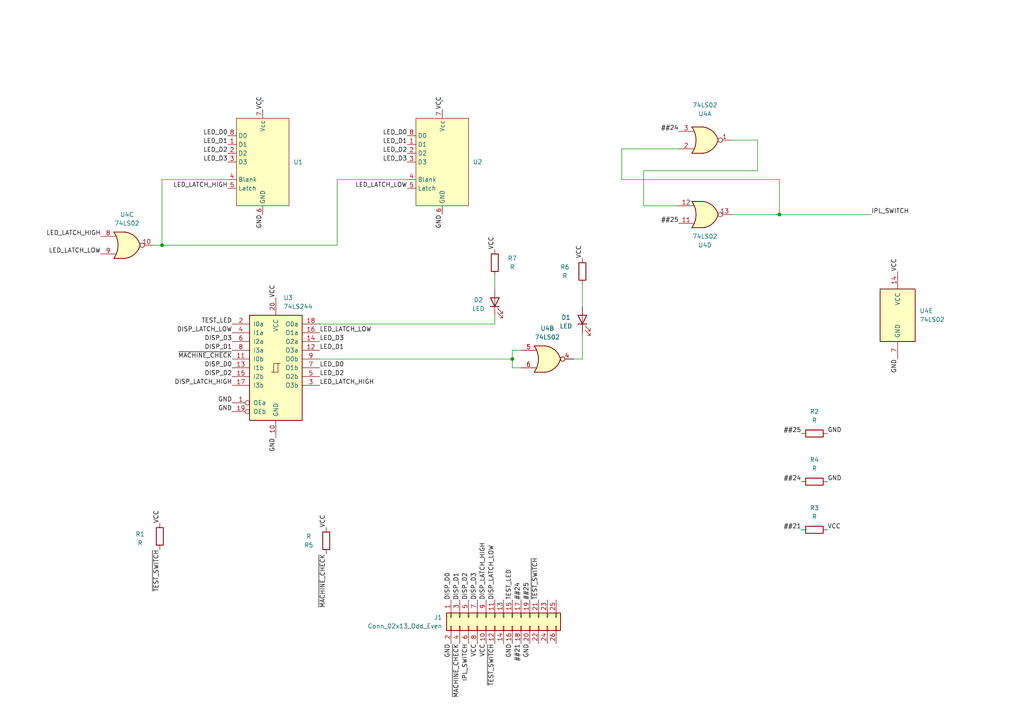
<source format=kicad_sch>
(kicad_sch (version 20230121) (generator eeschema)
  (paper "A4")
  (lib_symbols
    (symbol "74xx:74LS02" (pin_names (offset 1.016))
      (property "Reference" "U" (at 0 1.27 0))
      (property "Value" "74LS02" (at 0 -1.27 0))
      (symbol "74LS02_1_1"
        (arc (start -3.81 -3.81) (mid -2.589 0) (end -3.81 3.81) (stroke (width 0.254)))
        (arc (start -0.6096 -3.81) (mid 2.1842 -2.5851) (end 3.81 0) (stroke (width 0.254)) (fill (type background)))
        (polyline (pts (xy -3.81 -3.81) (xy -0.635 -3.81)) (stroke (width 0.254)) (fill (type background)))
        (polyline (pts (xy -3.81 3.81) (xy -0.635 3.81)) (stroke (width 0.254)) (fill (type background)))
        (polyline (pts (xy -0.635 3.81) (xy -3.81 3.81) (xy -3.81 3.81) (xy -3.556 3.4036) (xy -3.0226 2.2606) (xy -2.6924 1.0414) (xy -2.6162 -0.254) (xy -2.7686 -1.4986) (xy -3.175 -2.7178) (xy -3.81 -3.81) (xy -3.81 -3.81) (xy -0.635 -3.81)) (stroke (width -25.4)) (fill (type background)))
        (arc (start 3.81 0) (mid 2.1915 2.5936) (end -0.6096 3.81) (stroke (width 0.254)) (fill (type background)))
        (pin output inverted (at 7.62 0 180) (length 3.81) (name "~") (number "1"))
        (pin input line (at -7.62 2.54 0) (length 4.318) (name "~") (number "2"))
        (pin input line (at -7.62 -2.54 0) (length 4.318) (name "~") (number "3"))
      )
      (symbol "74LS02_1_2"
        (arc (start 0 -3.81) (mid 3.7934 0) (end 0 3.81) (stroke (width 0.254)) (fill (type background)))
        (polyline (pts (xy 0 3.81) (xy -3.81 3.81) (xy -3.81 -3.81) (xy 0 -3.81)) (stroke (width 0.254)) (fill (type background)))
        (pin output line (at 7.62 0 180) (length 3.81) (name "~") (number "1"))
        (pin input inverted (at -7.62 2.54 0) (length 3.81) (name "~") (number "2"))
        (pin input inverted (at -7.62 -2.54 0) (length 3.81) (name "~") (number "3"))
      )
      (symbol "74LS02_2_1"
        (arc (start -3.81 -3.81) (mid -2.589 0) (end -3.81 3.81) (stroke (width 0.254)))
        (arc (start -0.6096 -3.81) (mid 2.1842 -2.5851) (end 3.81 0) (stroke (width 0.254)) (fill (type background)))
        (polyline (pts (xy -3.81 -3.81) (xy -0.635 -3.81)) (stroke (width 0.254)) (fill (type background)))
        (polyline (pts (xy -3.81 3.81) (xy -0.635 3.81)) (stroke (width 0.254)) (fill (type background)))
        (polyline (pts (xy -0.635 3.81) (xy -3.81 3.81) (xy -3.81 3.81) (xy -3.556 3.4036) (xy -3.0226 2.2606) (xy -2.6924 1.0414) (xy -2.6162 -0.254) (xy -2.7686 -1.4986) (xy -3.175 -2.7178) (xy -3.81 -3.81) (xy -3.81 -3.81) (xy -0.635 -3.81)) (stroke (width -25.4)) (fill (type background)))
        (arc (start 3.81 0) (mid 2.1915 2.5936) (end -0.6096 3.81) (stroke (width 0.254)) (fill (type background)))
        (pin output inverted (at 7.62 0 180) (length 3.81) (name "~") (number "4"))
        (pin input line (at -7.62 2.54 0) (length 4.318) (name "~") (number "5"))
        (pin input line (at -7.62 -2.54 0) (length 4.318) (name "~") (number "6"))
      )
      (symbol "74LS02_2_2"
        (arc (start 0 -3.81) (mid 3.7934 0) (end 0 3.81) (stroke (width 0.254)) (fill (type background)))
        (polyline (pts (xy 0 3.81) (xy -3.81 3.81) (xy -3.81 -3.81) (xy 0 -3.81)) (stroke (width 0.254)) (fill (type background)))
        (pin output line (at 7.62 0 180) (length 3.81) (name "~") (number "4"))
        (pin input inverted (at -7.62 2.54 0) (length 3.81) (name "~") (number "5"))
        (pin input inverted (at -7.62 -2.54 0) (length 3.81) (name "~") (number "6"))
      )
      (symbol "74LS02_3_1"
        (arc (start -3.81 -3.81) (mid -2.589 0) (end -3.81 3.81) (stroke (width 0.254)))
        (arc (start -0.6096 -3.81) (mid 2.1842 -2.5851) (end 3.81 0) (stroke (width 0.254)) (fill (type background)))
        (polyline (pts (xy -3.81 -3.81) (xy -0.635 -3.81)) (stroke (width 0.254)) (fill (type background)))
        (polyline (pts (xy -3.81 3.81) (xy -0.635 3.81)) (stroke (width 0.254)) (fill (type background)))
        (polyline (pts (xy -0.635 3.81) (xy -3.81 3.81) (xy -3.81 3.81) (xy -3.556 3.4036) (xy -3.0226 2.2606) (xy -2.6924 1.0414) (xy -2.6162 -0.254) (xy -2.7686 -1.4986) (xy -3.175 -2.7178) (xy -3.81 -3.81) (xy -3.81 -3.81) (xy -0.635 -3.81)) (stroke (width -25.4)) (fill (type background)))
        (arc (start 3.81 0) (mid 2.1915 2.5936) (end -0.6096 3.81) (stroke (width 0.254)) (fill (type background)))
        (pin output inverted (at 7.62 0 180) (length 3.81) (name "~") (number "10"))
        (pin input line (at -7.62 2.54 0) (length 4.318) (name "~") (number "8"))
        (pin input line (at -7.62 -2.54 0) (length 4.318) (name "~") (number "9"))
      )
      (symbol "74LS02_3_2"
        (arc (start 0 -3.81) (mid 3.7934 0) (end 0 3.81) (stroke (width 0.254)) (fill (type background)))
        (polyline (pts (xy 0 3.81) (xy -3.81 3.81) (xy -3.81 -3.81) (xy 0 -3.81)) (stroke (width 0.254)) (fill (type background)))
        (pin output line (at 7.62 0 180) (length 3.81) (name "~") (number "10"))
        (pin input inverted (at -7.62 2.54 0) (length 3.81) (name "~") (number "8"))
        (pin input inverted (at -7.62 -2.54 0) (length 3.81) (name "~") (number "9"))
      )
      (symbol "74LS02_4_1"
        (arc (start -3.81 -3.81) (mid -2.589 0) (end -3.81 3.81) (stroke (width 0.254)))
        (arc (start -0.6096 -3.81) (mid 2.1842 -2.5851) (end 3.81 0) (stroke (width 0.254)) (fill (type background)))
        (polyline (pts (xy -3.81 -3.81) (xy -0.635 -3.81)) (stroke (width 0.254)) (fill (type background)))
        (polyline (pts (xy -3.81 3.81) (xy -0.635 3.81)) (stroke (width 0.254)) (fill (type background)))
        (polyline (pts (xy -0.635 3.81) (xy -3.81 3.81) (xy -3.81 3.81) (xy -3.556 3.4036) (xy -3.0226 2.2606) (xy -2.6924 1.0414) (xy -2.6162 -0.254) (xy -2.7686 -1.4986) (xy -3.175 -2.7178) (xy -3.81 -3.81) (xy -3.81 -3.81) (xy -0.635 -3.81)) (stroke (width -25.4)) (fill (type background)))
        (arc (start 3.81 0) (mid 2.1915 2.5936) (end -0.6096 3.81) (stroke (width 0.254)) (fill (type background)))
        (pin input line (at -7.62 2.54 0) (length 4.318) (name "~") (number "11"))
        (pin input line (at -7.62 -2.54 0) (length 4.318) (name "~") (number "12"))
        (pin output inverted (at 7.62 0 180) (length 3.81) (name "~") (number "13"))
      )
      (symbol "74LS02_4_2"
        (arc (start 0 -3.81) (mid 3.7934 0) (end 0 3.81) (stroke (width 0.254)) (fill (type background)))
        (polyline (pts (xy 0 3.81) (xy -3.81 3.81) (xy -3.81 -3.81) (xy 0 -3.81)) (stroke (width 0.254)) (fill (type background)))
        (pin input inverted (at -7.62 2.54 0) (length 3.81) (name "~") (number "11"))
        (pin input inverted (at -7.62 -2.54 0) (length 3.81) (name "~") (number "12"))
        (pin output line (at 7.62 0 180) (length 3.81) (name "~") (number "13"))
      )
      (symbol "74LS02_5_0"
        (pin power_in line (at 0 12.7 270) (length 5.08) (name "VCC") (number "14"))
        (pin power_in line (at 0 -12.7 90) (length 5.08) (name "GND") (number "7"))
      )
      (symbol "74LS02_5_1"
        (rectangle (start -5.08 7.62) (end 5.08 -7.62) (stroke (width 0.254)) (fill (type background)))
      )
    )
    (symbol "74xx:74LS244" (pin_names (offset 1.016))
      (property "Reference" "U" (at -7.62 16.51 0))
      (property "Value" "74LS244" (at -7.62 -16.51 0))
      (symbol "74LS244_1_0"
        (polyline (pts (xy -0.635 -1.27) (xy -0.635 1.27) (xy 0.635 1.27)))
        (polyline (pts (xy -1.27 -1.27) (xy 0.635 -1.27) (xy 0.635 1.27) (xy 1.27 1.27)))
        (pin input inverted (at -12.7 -10.16 0) (length 5.08) (name "OEa") (number "1"))
        (pin power_in line (at 0 -20.32 90) (length 5.08) (name "GND") (number "10"))
        (pin input line (at -12.7 2.54 0) (length 5.08) (name "I0b") (number "11"))
        (pin tri_state line (at 12.7 5.08 180) (length 5.08) (name "O3a") (number "12"))
        (pin input line (at -12.7 0 0) (length 5.08) (name "I1b") (number "13"))
        (pin tri_state line (at 12.7 7.62 180) (length 5.08) (name "O2a") (number "14"))
        (pin input line (at -12.7 -2.54 0) (length 5.08) (name "I2b") (number "15"))
        (pin tri_state line (at 12.7 10.16 180) (length 5.08) (name "O1a") (number "16"))
        (pin input line (at -12.7 -5.08 0) (length 5.08) (name "I3b") (number "17"))
        (pin tri_state line (at 12.7 12.7 180) (length 5.08) (name "O0a") (number "18"))
        (pin input inverted (at -12.7 -12.7 0) (length 5.08) (name "OEb") (number "19"))
        (pin input line (at -12.7 12.7 0) (length 5.08) (name "I0a") (number "2"))
        (pin power_in line (at 0 20.32 270) (length 5.08) (name "VCC") (number "20"))
        (pin tri_state line (at 12.7 -5.08 180) (length 5.08) (name "O3b") (number "3"))
        (pin input line (at -12.7 10.16 0) (length 5.08) (name "I1a") (number "4"))
        (pin tri_state line (at 12.7 -2.54 180) (length 5.08) (name "O2b") (number "5"))
        (pin input line (at -12.7 7.62 0) (length 5.08) (name "I2a") (number "6"))
        (pin tri_state line (at 12.7 0 180) (length 5.08) (name "O1b") (number "7"))
        (pin input line (at -12.7 5.08 0) (length 5.08) (name "I3a") (number "8"))
        (pin tri_state line (at 12.7 2.54 180) (length 5.08) (name "O0b") (number "9"))
      )
      (symbol "74LS244_1_1"
        (rectangle (start -7.62 15.24) (end 7.62 -15.24) (stroke (width 0.254)) (fill (type background)))
      )
    )
    (symbol "Connector_Generic:Conn_02x13_Odd_Even" (pin_names (offset 1.016) hide)
      (property "Reference" "J" (at 1.27 17.78 0))
      (property "Value" "Conn_02x13_Odd_Even" (at 1.27 -17.78 0))
      (symbol "Conn_02x13_Odd_Even_1_1"
        (rectangle (start -1.27 -15.113) (end 0 -15.367) (stroke (width 0.1524)))
        (rectangle (start -1.27 -12.573) (end 0 -12.827) (stroke (width 0.1524)))
        (rectangle (start -1.27 -10.033) (end 0 -10.287) (stroke (width 0.1524)))
        (rectangle (start -1.27 -7.493) (end 0 -7.747) (stroke (width 0.1524)))
        (rectangle (start -1.27 -4.953) (end 0 -5.207) (stroke (width 0.1524)))
        (rectangle (start -1.27 -2.413) (end 0 -2.667) (stroke (width 0.1524)))
        (rectangle (start -1.27 0.127) (end 0 -0.127) (stroke (width 0.1524)))
        (rectangle (start -1.27 2.667) (end 0 2.413) (stroke (width 0.1524)))
        (rectangle (start -1.27 5.207) (end 0 4.953) (stroke (width 0.1524)))
        (rectangle (start -1.27 7.747) (end 0 7.493) (stroke (width 0.1524)))
        (rectangle (start -1.27 10.287) (end 0 10.033) (stroke (width 0.1524)))
        (rectangle (start -1.27 12.827) (end 0 12.573) (stroke (width 0.1524)))
        (rectangle (start -1.27 15.367) (end 0 15.113) (stroke (width 0.1524)))
        (rectangle (start -1.27 16.51) (end 3.81 -16.51) (stroke (width 0.254)) (fill (type background)))
        (rectangle (start 3.81 -15.113) (end 2.54 -15.367) (stroke (width 0.1524)))
        (rectangle (start 3.81 -12.573) (end 2.54 -12.827) (stroke (width 0.1524)))
        (rectangle (start 3.81 -10.033) (end 2.54 -10.287) (stroke (width 0.1524)))
        (rectangle (start 3.81 -7.493) (end 2.54 -7.747) (stroke (width 0.1524)))
        (rectangle (start 3.81 -4.953) (end 2.54 -5.207) (stroke (width 0.1524)))
        (rectangle (start 3.81 -2.413) (end 2.54 -2.667) (stroke (width 0.1524)))
        (rectangle (start 3.81 0.127) (end 2.54 -0.127) (stroke (width 0.1524)))
        (rectangle (start 3.81 2.667) (end 2.54 2.413) (stroke (width 0.1524)))
        (rectangle (start 3.81 5.207) (end 2.54 4.953) (stroke (width 0.1524)))
        (rectangle (start 3.81 7.747) (end 2.54 7.493) (stroke (width 0.1524)))
        (rectangle (start 3.81 10.287) (end 2.54 10.033) (stroke (width 0.1524)))
        (rectangle (start 3.81 12.827) (end 2.54 12.573) (stroke (width 0.1524)))
        (rectangle (start 3.81 15.367) (end 2.54 15.113) (stroke (width 0.1524)))
        (pin passive line (at -5.08 15.24 0) (length 3.81) (name "Pin_1") (number "1"))
        (pin passive line (at 7.62 5.08 180) (length 3.81) (name "Pin_10") (number "10"))
        (pin passive line (at -5.08 2.54 0) (length 3.81) (name "Pin_11") (number "11"))
        (pin passive line (at 7.62 2.54 180) (length 3.81) (name "Pin_12") (number "12"))
        (pin passive line (at -5.08 0 0) (length 3.81) (name "Pin_13") (number "13"))
        (pin passive line (at 7.62 0 180) (length 3.81) (name "Pin_14") (number "14"))
        (pin passive line (at -5.08 -2.54 0) (length 3.81) (name "Pin_15") (number "15"))
        (pin passive line (at 7.62 -2.54 180) (length 3.81) (name "Pin_16") (number "16"))
        (pin passive line (at -5.08 -5.08 0) (length 3.81) (name "Pin_17") (number "17"))
        (pin passive line (at 7.62 -5.08 180) (length 3.81) (name "Pin_18") (number "18"))
        (pin passive line (at -5.08 -7.62 0) (length 3.81) (name "Pin_19") (number "19"))
        (pin passive line (at 7.62 15.24 180) (length 3.81) (name "Pin_2") (number "2"))
        (pin passive line (at 7.62 -7.62 180) (length 3.81) (name "Pin_20") (number "20"))
        (pin passive line (at -5.08 -10.16 0) (length 3.81) (name "Pin_21") (number "21"))
        (pin passive line (at 7.62 -10.16 180) (length 3.81) (name "Pin_22") (number "22"))
        (pin passive line (at -5.08 -12.7 0) (length 3.81) (name "Pin_23") (number "23"))
        (pin passive line (at 7.62 -12.7 180) (length 3.81) (name "Pin_24") (number "24"))
        (pin passive line (at -5.08 -15.24 0) (length 3.81) (name "Pin_25") (number "25"))
        (pin passive line (at 7.62 -15.24 180) (length 3.81) (name "Pin_26") (number "26"))
        (pin passive line (at -5.08 12.7 0) (length 3.81) (name "Pin_3") (number "3"))
        (pin passive line (at 7.62 12.7 180) (length 3.81) (name "Pin_4") (number "4"))
        (pin passive line (at -5.08 10.16 0) (length 3.81) (name "Pin_5") (number "5"))
        (pin passive line (at 7.62 10.16 180) (length 3.81) (name "Pin_6") (number "6"))
        (pin passive line (at -5.08 7.62 0) (length 3.81) (name "Pin_7") (number "7"))
        (pin passive line (at 7.62 7.62 180) (length 3.81) (name "Pin_8") (number "8"))
        (pin passive line (at -5.08 5.08 0) (length 3.81) (name "Pin_9") (number "9"))
      )
    )
    (symbol "Device:LED" (pin_numbers hide) (pin_names (offset 1.016) hide)
      (property "Reference" "D" (at 0 2.54 0))
      (property "Value" "LED" (at 0 -2.54 0))
      (symbol "LED_0_1"
        (polyline (pts (xy -1.27 -1.27) (xy -1.27 1.27)) (stroke (width 0.254)))
        (polyline (pts (xy -1.27 0) (xy 1.27 0)))
        (polyline (pts (xy 1.27 -1.27) (xy 1.27 1.27) (xy -1.27 0) (xy 1.27 -1.27)) (stroke (width 0.254)))
        (polyline (pts (xy -3.048 -0.762) (xy -4.572 -2.286) (xy -3.81 -2.286) (xy -4.572 -2.286) (xy -4.572 -1.524)))
        (polyline (pts (xy -1.778 -0.762) (xy -3.302 -2.286) (xy -2.54 -2.286) (xy -3.302 -2.286) (xy -3.302 -1.524)))
      )
      (symbol "LED_1_1"
        (pin passive line (at -3.81 0 0) (length 2.54) (name "K") (number "1"))
        (pin passive line (at 3.81 0 180) (length 2.54) (name "A") (number "2"))
      )
    )
    (symbol "Device:R" (pin_numbers hide) (pin_names (offset 0))
      (property "Reference" "R" (at 2.032 0 90))
      (property "Value" "R" (at 0 0 90))
      (symbol "R_0_1"
        (rectangle (start -1.016 -2.54) (end 1.016 2.54) (stroke (width 0.254)))
      )
      (symbol "R_1_1"
        (pin passive line (at 0 3.81 270) (length 1.27) (name "~") (number "1"))
        (pin passive line (at 0 -3.81 90) (length 1.27) (name "~") (number "2"))
      )
    )
    (symbol "custom:HP_5082-7340"
      (property "Reference" "U" (at 0 0 0))
      (symbol "HP_5082-7340_1_1"
        (rectangle (start -7.62 -5.08) (end 7.62 -30.48) (fill (type background)))
        (pin input line (at -10.16 -12.7 0) (length 2.54) (name "D1") (number "1"))
        (pin input line (at -10.16 -15.24 0) (length 2.54) (name "D2") (number "2"))
        (pin input line (at -10.16 -17.78 0) (length 2.54) (name "D3") (number "3"))
        (pin input line (at -10.16 -22.86 0) (length 2.54) (name "Blank") (number "4"))
        (pin input line (at -10.16 -25.4 0) (length 2.54) (name "Latch") (number "5"))
        (pin power_in line (at 0 -33.02 90) (length 2.54) (name "GND") (number "6"))
        (pin power_in line (at 0 -2.54 270) (length 2.54) (name "Vcc") (number "7"))
        (pin input line (at -10.16 -10.16 0) (length 2.54) (name "D0") (number "8"))
      )
    )
  )
  (junction (at 226.06 62.23))
  (junction (at 46.99 71.12))
  (junction (at 148.59 104.14))
  (wire (pts (xy 97.79 52.07) (xy 97.79 71.12)))
  (wire (pts (xy 66.04 52.07) (xy 46.99 52.07)))
  (wire (pts (xy 148.59 106.68) (xy 151.13 106.68)))
  (wire (pts (xy 143.51 93.98) (xy 143.51 91.44)))
  (wire (pts (xy 219.71 40.64) (xy 212.09 40.64)))
  (wire (pts (xy 46.99 52.07) (xy 46.99 71.12)))
  (wire (pts (xy 180.34 52.07) (xy 226.06 52.07)))
  (wire (pts (xy 219.71 49.53) (xy 219.71 40.64)))
  (wire (pts (xy 180.34 52.07) (xy 180.34 43.18)))
  (wire (pts (xy 118.11 52.07) (xy 97.79 52.07)))
  (wire (pts (xy 186.69 49.53) (xy 219.71 49.53)))
  (wire (pts (xy 92.71 93.98) (xy 143.51 93.98)))
  (wire (pts (xy 166.37 104.14) (xy 168.91 104.14)))
  (wire (pts (xy 151.13 101.6) (xy 148.59 101.6)))
  (wire (pts (xy 92.71 104.14) (xy 148.59 104.14)))
  (wire (pts (xy 44.45 71.12) (xy 46.99 71.12)))
  (wire (pts (xy 168.91 82.55) (xy 168.91 88.9)))
  (wire (pts (xy 97.79 71.12) (xy 46.99 71.12)))
  (wire (pts (xy 226.06 52.07) (xy 226.06 62.23)))
  (wire (pts (xy 186.69 49.53) (xy 186.69 59.69)))
  (wire (pts (xy 143.51 80.01) (xy 143.51 83.82)))
  (wire (pts (xy 180.34 43.18) (xy 196.85 43.18)))
  (wire (pts (xy 148.59 104.14) (xy 148.59 106.68)))
  (wire (pts (xy 148.59 101.6) (xy 148.59 104.14)))
  (wire (pts (xy 212.09 62.23) (xy 226.06 62.23)))
  (wire (pts (xy 186.69 59.69) (xy 196.85 59.69)))
  (wire (pts (xy 226.06 62.23) (xy 252.73 62.23)))
  (wire (pts (xy 168.91 104.14) (xy 168.91 96.52)))
  (label "~{MACHINE_CHECK}" (at 67.31 104.14 180))
  (label "LED_D0" (at 66.04 39.37 180))
  (label "LED_LATCH_LOW" (at 29.21 73.66 180))
  (label "GND" (at 80.01 127 270))
  (label "LED_D3" (at 66.04 46.99 180))
  (label "VCC" (at 168.91 74.93 90))
  (label "VCC" (at 94.615 153.035 90))
  (label "##24" (at 196.85 38.1 180))
  (label "LED_D3" (at 118.11 46.99 180))
  (label "LED_D2" (at 66.04 44.45 180))
  (label "DISP_D0" (at 130.81 173.99 90))
  (label "IPL_SWITCH" (at 252.73 62.23 0))
  (label "VCC" (at 76.2 31.75 90))
  (label "##24" (at 232.41 139.7 180))
  (label "GND" (at 240.03 125.73 0))
  (label "VCC" (at 80.01 86.36 90))
  (label "##25" (at 196.85 64.77 180))
  (label "LED_LATCH_HIGH" (at 29.21 68.58 180))
  (label "~{MACHINE_CHECK}" (at 94.615 160.655 270))
  (label "VCC" (at 128.27 31.75 90))
  (label "GND" (at 76.2 62.23 270))
  (label "~{TEST_SWITCH}" (at 156.21 173.99 90))
  (label "IPL_SWITCH" (at 135.89 186.69 270))
  (label "GND" (at 67.31 119.38 180))
  (label "TEST_LED" (at 148.59 173.99 90))
  (label "##21" (at 232.41 153.67 180))
  (label "LED_D1" (at 66.04 41.91 180))
  (label "##21" (at 151.13 186.69 270))
  (label "~{TEST_SWITCH}" (at 46.355 159.385 270))
  (label "GND" (at 240.03 139.7 0))
  (label "DISP_D2" (at 67.31 109.22 180))
  (label "##25" (at 232.41 125.73 180))
  (label "DISP_LATCH_LOW" (at 143.51 173.99 90))
  (label "DISP_D2" (at 135.89 173.99 90))
  (label "LED_D0" (at 118.11 39.37 180))
  (label "LED_LATCH_LOW" (at 92.71 96.52 0))
  (label "##25" (at 153.67 173.99 90))
  (label "##24" (at 151.13 173.99 90))
  (label "DISP_D3" (at 67.31 99.06 180))
  (label "DISP_LATCH_HIGH" (at 140.97 173.99 90))
  (label "LED_D3" (at 92.71 99.06 0))
  (label "LED_D2" (at 118.11 44.45 180))
  (label "VCC" (at 46.355 151.765 90))
  (label "DISP_D1" (at 133.35 173.99 90))
  (label "DISP_LATCH_LOW" (at 67.31 96.52 180))
  (label "LED_LATCH_LOW" (at 118.11 54.61 180))
  (label "~{TEST_SWITCH}" (at 143.51 186.69 270))
  (label "LED_D2" (at 92.71 109.22 0))
  (label "DISP_D3" (at 138.43 173.99 90))
  (label "VCC" (at 140.97 186.69 270))
  (label "DISP_LATCH_HIGH" (at 67.31 111.76 180))
  (label "GND" (at 148.59 186.69 270))
  (label "GND" (at 260.35 104.14 270))
  (label "DISP_D0" (at 67.31 106.68 180))
  (label "~{MACHINE_CHECK}" (at 133.35 186.69 270))
  (label "GND" (at 130.81 186.69 270))
  (label "GND" (at 153.67 186.69 270))
  (label "VCC" (at 240.03 153.67 0))
  (label "VCC" (at 260.35 78.74 90))
  (label "GND" (at 67.31 116.84 180))
  (label "DISP_D1" (at 67.31 101.6 180))
  (label "LED_LATCH_HIGH" (at 66.04 54.61 180))
  (label "VCC" (at 138.43 186.69 270))
  (label "VCC" (at 143.51 72.39 90))
  (label "LED_D0" (at 92.71 106.68 0))
  (label "LED_LATCH_HIGH" (at 92.71 111.76 0))
  (label "LED_D1" (at 118.11 41.91 180))
  (label "LED_D1" (at 92.71 101.6 0))
  (label "TEST_LED" (at 67.31 93.98 180))
  (label "GND" (at 128.27 62.23 270))
  (symbol (lib_id "Device:R") (at 46.355 155.575 0) (unit 1)
    (property "Reference" "R1" (at 40.64 154.94 0))
    (property "Value" "R" (at 40.64 157.48 0))
  )
  (symbol (lib_id "Device:R") (at 236.22 153.67 90) (unit 1)
    (property "Reference" "R3" (at 236.22 147.32 90))
    (property "Value" "R" (at 236.22 149.86 90))
  )
  (symbol (lib_id "Device:R") (at 143.51 76.2 0) (unit 1)
    (property "Reference" "R7" (at 148.59 74.93 0))
    (property "Value" "R" (at 148.59 77.47 0))
  )
  (symbol (lib_id "74xx:74LS02") (at 204.47 62.23 0) (mirror x) (unit 4)
    (property "Reference" "U4" (at 204.47 71.12 0))
    (property "Value" "74LS02" (at 204.47 68.58 0))
    (property "Datasheet" "http://www.ti.com/lit/gpn/sn74ls02" (effects hide))
  )
  (symbol (lib_id "74xx:74LS02") (at 204.47 40.64 0) (mirror x) (unit 1)
    (property "Reference" "U4" (at 204.47 33.02 0))
    (property "Value" "74LS02" (at 204.47 30.48 0))
    (property "Datasheet" "http://www.ti.com/lit/gpn/sn74ls02" (effects hide))
  )
  (symbol (lib_id "74xx:74LS244") (at 80.01 106.68 0) (unit 1)
    (property "Reference" "U3" (at 82.2041 86.36 0) (effects (justify left)))
    (property "Value" "74LS244" (at 82.2041 88.9 0) (effects (justify left)))
    (property "Datasheet" "http://www.ti.com/lit/ds/symlink/sn74ls244.pdf" (effects hide))
  )
  (symbol (lib_id "Device:R") (at 236.22 125.73 90) (unit 1)
    (property "Reference" "R2" (at 236.22 119.38 90))
    (property "Value" "R" (at 236.22 121.92 90))
  )
  (symbol (lib_id "Connector_Generic:Conn_02x13_Odd_Even") (at 146.05 179.07 90) (mirror x) (unit 1)
    (property "Reference" "J1" (at 128.27 179.07 90) (effects (justify left)))
    (property "Value" "Conn_02x13_Odd_Even" (at 128.27 181.61 90) (effects (justify left)))
  )
  (symbol (lib_id "74xx:74LS02") (at 260.35 91.44 0) (unit 5)
    (property "Reference" "U4" (at 266.7 90.17 0) (effects (justify left)))
    (property "Value" "74LS02" (at 266.7 92.71 0) (effects (justify left)))
    (property "Datasheet" "http://www.ti.com/lit/gpn/sn74ls02" (effects hide))
  )
  (symbol (lib_id "custom:HP_5082-7340") (at 76.2 29.21 0) (unit 1)
    (property "Reference" "U1" (at 85.09 46.99 0) (effects (justify left)))
    (property "Value" "~" (at 76.2 29.21 0))
  )
  (symbol (lib_id "Device:LED") (at 168.91 92.71 90) (unit 1)
    (property "Reference" "D1" (at 164.1475 92.075 90))
    (property "Value" "LED" (at 164.1475 94.615 90))
  )
  (symbol (lib_id "74xx:74LS02") (at 36.83 71.12 0) (unit 3)
    (property "Reference" "U4" (at 36.83 62.23 0))
    (property "Value" "74LS02" (at 36.83 64.77 0))
    (property "Datasheet" "http://www.ti.com/lit/gpn/sn74ls02" (effects hide))
  )
  (symbol (lib_id "custom:HP_5082-7340") (at 128.27 29.21 0) (unit 1)
    (property "Reference" "U2" (at 137.16 46.99 0) (effects (justify left)))
    (property "Value" "~" (at 128.27 29.21 0))
  )
  (symbol (lib_id "74xx:74LS02") (at 158.75 104.14 0) (unit 2)
    (property "Reference" "U4" (at 158.75 95.25 0))
    (property "Value" "74LS02" (at 158.75 97.79 0))
    (property "Datasheet" "http://www.ti.com/lit/gpn/sn74ls02" (effects hide))
  )
  (symbol (lib_id "Device:R") (at 168.91 78.74 180) (unit 1)
    (property "Reference" "R6" (at 163.83 77.47 0))
    (property "Value" "R" (at 163.83 80.01 0))
  )
  (symbol (lib_id "Device:R") (at 94.615 156.845 0) (unit 1)
    (property "Reference" "R5" (at 89.535 158.115 0))
    (property "Value" "R" (at 89.535 155.575 0))
  )
  (symbol (lib_id "Device:LED") (at 143.51 87.63 90) (unit 1)
    (property "Reference" "D2" (at 138.7475 86.995 90))
    (property "Value" "LED" (at 138.7475 89.535 90))
  )
  (symbol (lib_id "Device:R") (at 236.22 139.7 90) (unit 1)
    (property "Reference" "R4" (at 236.22 133.35 90))
    (property "Value" "R" (at 236.22 135.89 90))
  )
)
</source>
